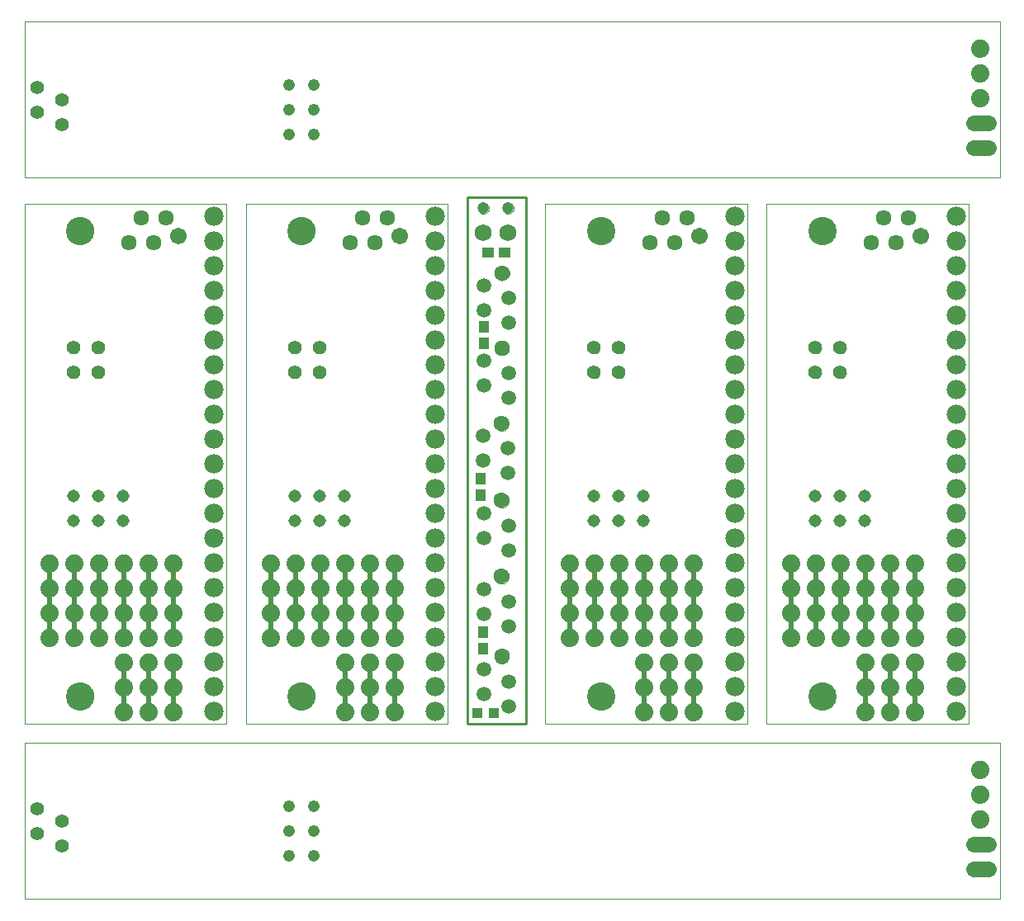
<source format=gbs>
G75*
G70*
%OFA0B0*%
%FSLAX25Y25*%
%IPPOS*%
%LPD*%
%AMOC8*
5,1,8,0,0,1.08239X$1,22.5*
%
%ADD11C,0.06900*%
%ADD15C,0.05600*%
%ADD20C,0.07800*%
%ADD21C,0.06310*%
%ADD22R,0.04300X0.04400*%
%ADD24C,0.05520*%
%ADD25C,0.01000*%
%ADD27C,0.05940*%
%ADD32C,0.06400*%
%ADD35R,0.04730X0.04340*%
%ADD40C,0.07400*%
%ADD42C,0.05160*%
%ADD46C,0.04760*%
%ADD52R,0.04340X0.04730*%
%ADD53C,0.06340*%
%ADD54C,0.11430*%
%ADD56C,0.06710*%
%ADD61C,0.04730*%
%ADD62C,0.00000*%
%ADD66R,0.02000X0.03000*%
X0010000Y0012000D02*
G75*
%LPD*%
D62*
X0010000Y0012000D02*
X0403700Y0012000D01*
X0403700Y0074990D01*
X0010000Y0074990D01*
X0010000Y0012000D01*
D46*
X0116700Y0029400D03*
X0126700Y0029400D03*
X0126700Y0039400D03*
X0116700Y0039400D03*
X0116700Y0049400D03*
X0126700Y0049400D03*
D15*
X0025000Y0043500D03*
X0015000Y0038500D03*
X0025000Y0033500D03*
X0015000Y0048500D03*
D32*
X0393030Y0034000D02*
X0399030Y0034000D01*
X0399030Y0024000D02*
X0393030Y0024000D01*
D40*
X0395980Y0044010D03*
X0395980Y0054010D03*
X0395980Y0064010D03*
X0010000Y0082970D02*
G75*
%LPD*%
D62*
X0091500Y0082970D02*
X0010000Y0082970D01*
X0010000Y0292970D01*
X0091500Y0292970D01*
X0091500Y0082970D01*
X0039700Y0222310D02*
X0039400Y0222330D01*
X0039100Y0222390D01*
X0038810Y0222480D01*
X0038540Y0222610D01*
X0038290Y0222780D01*
X0038060Y0222970D01*
X0037850Y0223200D01*
X0037680Y0223450D01*
X0037540Y0223710D01*
X0037440Y0224000D01*
X0037370Y0224290D01*
X0037340Y0224590D01*
X0037350Y0224900D01*
X0037400Y0225200D01*
X0037490Y0225490D01*
X0037610Y0225760D01*
X0037760Y0226020D01*
X0037950Y0226260D01*
X0038170Y0226470D01*
X0038410Y0226650D01*
X0038680Y0226800D01*
X0038960Y0226910D01*
X0039250Y0226990D01*
X0039550Y0227030D01*
X0039850Y0227030D01*
X0040150Y0226990D01*
X0040440Y0226910D01*
X0040720Y0226800D01*
X0040990Y0226650D01*
X0041230Y0226470D01*
X0041450Y0226260D01*
X0041640Y0226020D01*
X0041790Y0225760D01*
X0041910Y0225490D01*
X0042000Y0225200D01*
X0042050Y0224900D01*
X0042060Y0224590D01*
X0042030Y0224290D01*
X0041960Y0224000D01*
X0041860Y0223710D01*
X0041720Y0223450D01*
X0041550Y0223200D01*
X0041340Y0222970D01*
X0041110Y0222780D01*
X0040860Y0222610D01*
X0040590Y0222480D01*
X0040300Y0222390D01*
X0040000Y0222330D01*
X0039700Y0222310D01*
X0039700Y0232310D02*
X0039400Y0232330D01*
X0039100Y0232390D01*
X0038810Y0232480D01*
X0038540Y0232610D01*
X0038290Y0232780D01*
X0038060Y0232970D01*
X0037850Y0233200D01*
X0037680Y0233450D01*
X0037540Y0233710D01*
X0037440Y0234000D01*
X0037370Y0234290D01*
X0037340Y0234590D01*
X0037350Y0234900D01*
X0037400Y0235200D01*
X0037490Y0235490D01*
X0037610Y0235760D01*
X0037760Y0236020D01*
X0037950Y0236260D01*
X0038170Y0236470D01*
X0038410Y0236650D01*
X0038680Y0236800D01*
X0038960Y0236910D01*
X0039250Y0236990D01*
X0039550Y0237030D01*
X0039850Y0237030D01*
X0040150Y0236990D01*
X0040440Y0236910D01*
X0040720Y0236800D01*
X0040990Y0236650D01*
X0041230Y0236470D01*
X0041450Y0236260D01*
X0041640Y0236020D01*
X0041790Y0235760D01*
X0041910Y0235490D01*
X0042000Y0235200D01*
X0042050Y0234900D01*
X0042060Y0234590D01*
X0042030Y0234290D01*
X0041960Y0234000D01*
X0041860Y0233710D01*
X0041720Y0233450D01*
X0041550Y0233200D01*
X0041340Y0232970D01*
X0041110Y0232780D01*
X0040860Y0232610D01*
X0040590Y0232480D01*
X0040300Y0232390D01*
X0040000Y0232330D01*
X0039700Y0232310D01*
X0029700Y0232310D02*
X0029400Y0232330D01*
X0029100Y0232390D01*
X0028810Y0232480D01*
X0028540Y0232610D01*
X0028290Y0232780D01*
X0028060Y0232970D01*
X0027850Y0233200D01*
X0027680Y0233450D01*
X0027540Y0233710D01*
X0027440Y0234000D01*
X0027370Y0234290D01*
X0027340Y0234590D01*
X0027350Y0234900D01*
X0027400Y0235200D01*
X0027490Y0235490D01*
X0027610Y0235760D01*
X0027760Y0236020D01*
X0027950Y0236260D01*
X0028170Y0236470D01*
X0028410Y0236650D01*
X0028680Y0236800D01*
X0028960Y0236910D01*
X0029250Y0236990D01*
X0029550Y0237030D01*
X0029850Y0237030D01*
X0030150Y0236990D01*
X0030440Y0236910D01*
X0030720Y0236800D01*
X0030990Y0236650D01*
X0031230Y0236470D01*
X0031450Y0236260D01*
X0031640Y0236020D01*
X0031790Y0235760D01*
X0031910Y0235490D01*
X0032000Y0235200D01*
X0032050Y0234900D01*
X0032060Y0234590D01*
X0032030Y0234290D01*
X0031960Y0234000D01*
X0031860Y0233710D01*
X0031720Y0233450D01*
X0031550Y0233200D01*
X0031340Y0232970D01*
X0031110Y0232780D01*
X0030860Y0232610D01*
X0030590Y0232480D01*
X0030300Y0232390D01*
X0030000Y0232330D01*
X0029700Y0232310D01*
X0029700Y0222310D02*
X0029400Y0222330D01*
X0029100Y0222390D01*
X0028810Y0222480D01*
X0028540Y0222610D01*
X0028290Y0222780D01*
X0028060Y0222970D01*
X0027850Y0223200D01*
X0027680Y0223450D01*
X0027540Y0223710D01*
X0027440Y0224000D01*
X0027370Y0224290D01*
X0027340Y0224590D01*
X0027350Y0224900D01*
X0027400Y0225200D01*
X0027490Y0225490D01*
X0027610Y0225760D01*
X0027760Y0226020D01*
X0027950Y0226260D01*
X0028170Y0226470D01*
X0028410Y0226650D01*
X0028680Y0226800D01*
X0028960Y0226910D01*
X0029250Y0226990D01*
X0029550Y0227030D01*
X0029850Y0227030D01*
X0030150Y0226990D01*
X0030440Y0226910D01*
X0030720Y0226800D01*
X0030990Y0226650D01*
X0031230Y0226470D01*
X0031450Y0226260D01*
X0031640Y0226020D01*
X0031790Y0225760D01*
X0031910Y0225490D01*
X0032000Y0225200D01*
X0032050Y0224900D01*
X0032060Y0224590D01*
X0032030Y0224290D01*
X0031960Y0224000D01*
X0031860Y0223710D01*
X0031720Y0223450D01*
X0031550Y0223200D01*
X0031340Y0222970D01*
X0031110Y0222780D01*
X0030860Y0222610D01*
X0030590Y0222480D01*
X0030300Y0222390D01*
X0030000Y0222330D01*
X0029700Y0222310D01*
X0032500Y0276660D02*
X0032040Y0276680D01*
X0031590Y0276740D01*
X0031140Y0276840D01*
X0030710Y0276970D01*
X0030280Y0277140D01*
X0029880Y0277350D01*
X0029490Y0277590D01*
X0029130Y0277870D01*
X0028790Y0278180D01*
X0028470Y0278510D01*
X0028190Y0278870D01*
X0027940Y0279250D01*
X0027720Y0279650D01*
X0027540Y0280070D01*
X0027400Y0280500D01*
X0027290Y0280950D01*
X0027220Y0281400D01*
X0027190Y0281860D01*
X0027200Y0282310D01*
X0027250Y0282770D01*
X0027340Y0283220D01*
X0027460Y0283650D01*
X0027630Y0284080D01*
X0027830Y0284490D01*
X0028060Y0284880D01*
X0028330Y0285260D01*
X0028630Y0285600D01*
X0028950Y0285920D01*
X0029310Y0286210D01*
X0029680Y0286470D01*
X0030080Y0286700D01*
X0030490Y0286890D01*
X0030920Y0287040D01*
X0031370Y0287160D01*
X0031820Y0287240D01*
X0032270Y0287280D01*
X0032730Y0287280D01*
X0033180Y0287240D01*
X0033630Y0287160D01*
X0034080Y0287040D01*
X0034510Y0286890D01*
X0034920Y0286700D01*
X0035320Y0286470D01*
X0035690Y0286210D01*
X0036050Y0285920D01*
X0036370Y0285600D01*
X0036670Y0285260D01*
X0036940Y0284880D01*
X0037170Y0284490D01*
X0037370Y0284080D01*
X0037540Y0283650D01*
X0037660Y0283220D01*
X0037750Y0282770D01*
X0037800Y0282310D01*
X0037810Y0281860D01*
X0037780Y0281400D01*
X0037710Y0280950D01*
X0037600Y0280500D01*
X0037460Y0280070D01*
X0037280Y0279650D01*
X0037060Y0279250D01*
X0036810Y0278870D01*
X0036530Y0278510D01*
X0036210Y0278180D01*
X0035870Y0277870D01*
X0035510Y0277590D01*
X0035120Y0277350D01*
X0034720Y0277140D01*
X0034290Y0276970D01*
X0033860Y0276840D01*
X0033410Y0276740D01*
X0032960Y0276680D01*
X0032500Y0276660D01*
X0072200Y0276910D02*
X0071860Y0276930D01*
X0071520Y0276990D01*
X0071190Y0277090D01*
X0070880Y0277220D01*
X0070580Y0277400D01*
X0070300Y0277600D01*
X0070050Y0277840D01*
X0069830Y0278100D01*
X0069650Y0278380D01*
X0069490Y0278690D01*
X0069370Y0279010D01*
X0069290Y0279350D01*
X0069250Y0279690D01*
X0069250Y0280030D01*
X0069290Y0280370D01*
X0069370Y0280710D01*
X0069490Y0281030D01*
X0069650Y0281330D01*
X0069830Y0281620D01*
X0070050Y0281880D01*
X0070300Y0282120D01*
X0070580Y0282320D01*
X0070880Y0282500D01*
X0071190Y0282630D01*
X0071520Y0282730D01*
X0071860Y0282790D01*
X0072200Y0282810D01*
X0072540Y0282790D01*
X0072880Y0282730D01*
X0073210Y0282630D01*
X0073520Y0282500D01*
X0073820Y0282320D01*
X0074100Y0282120D01*
X0074350Y0281880D01*
X0074570Y0281620D01*
X0074750Y0281340D01*
X0074910Y0281030D01*
X0075030Y0280710D01*
X0075110Y0280370D01*
X0075150Y0280030D01*
X0075150Y0279690D01*
X0075110Y0279350D01*
X0075030Y0279010D01*
X0074910Y0278690D01*
X0074750Y0278380D01*
X0074570Y0278100D01*
X0074350Y0277840D01*
X0074100Y0277600D01*
X0073820Y0277400D01*
X0073520Y0277220D01*
X0073210Y0277090D01*
X0072880Y0276990D01*
X0072540Y0276930D01*
X0072200Y0276910D01*
X0032500Y0088660D02*
X0032040Y0088680D01*
X0031590Y0088740D01*
X0031140Y0088840D01*
X0030710Y0088970D01*
X0030280Y0089140D01*
X0029880Y0089350D01*
X0029490Y0089590D01*
X0029130Y0089870D01*
X0028790Y0090180D01*
X0028470Y0090510D01*
X0028190Y0090870D01*
X0027940Y0091250D01*
X0027720Y0091650D01*
X0027540Y0092070D01*
X0027400Y0092500D01*
X0027290Y0092950D01*
X0027220Y0093400D01*
X0027190Y0093860D01*
X0027200Y0094310D01*
X0027250Y0094770D01*
X0027340Y0095220D01*
X0027460Y0095650D01*
X0027630Y0096080D01*
X0027830Y0096490D01*
X0028060Y0096880D01*
X0028330Y0097260D01*
X0028630Y0097600D01*
X0028950Y0097920D01*
X0029310Y0098210D01*
X0029680Y0098470D01*
X0030080Y0098700D01*
X0030490Y0098890D01*
X0030920Y0099040D01*
X0031370Y0099160D01*
X0031820Y0099240D01*
X0032270Y0099280D01*
X0032730Y0099280D01*
X0033180Y0099240D01*
X0033630Y0099160D01*
X0034080Y0099040D01*
X0034510Y0098890D01*
X0034920Y0098700D01*
X0035320Y0098470D01*
X0035690Y0098210D01*
X0036050Y0097920D01*
X0036370Y0097600D01*
X0036670Y0097260D01*
X0036940Y0096880D01*
X0037170Y0096490D01*
X0037370Y0096080D01*
X0037540Y0095650D01*
X0037660Y0095220D01*
X0037750Y0094770D01*
X0037800Y0094310D01*
X0037810Y0093860D01*
X0037780Y0093400D01*
X0037710Y0092950D01*
X0037600Y0092500D01*
X0037460Y0092070D01*
X0037280Y0091650D01*
X0037060Y0091250D01*
X0036810Y0090870D01*
X0036530Y0090510D01*
X0036210Y0090180D01*
X0035870Y0089870D01*
X0035510Y0089590D01*
X0035120Y0089350D01*
X0034720Y0089140D01*
X0034290Y0088970D01*
X0033860Y0088840D01*
X0033410Y0088740D01*
X0032960Y0088680D01*
X0032500Y0088660D01*
D54*
X0032500Y0093970D03*
X0032500Y0281970D03*
D66*
X0030000Y0142470D03*
X0030000Y0132470D03*
X0030000Y0122470D03*
X0020000Y0122470D03*
X0020000Y0132470D03*
X0020000Y0142470D03*
X0040000Y0142470D03*
X0040000Y0132470D03*
X0040000Y0122470D03*
X0050000Y0122470D03*
X0050000Y0132470D03*
X0050000Y0142470D03*
X0060000Y0142470D03*
X0060000Y0132470D03*
X0060000Y0122470D03*
X0060000Y0102470D03*
X0060000Y0092470D03*
X0070000Y0092470D03*
X0070000Y0102470D03*
X0070000Y0122470D03*
X0070000Y0132470D03*
X0070000Y0142470D03*
X0050000Y0102470D03*
X0050000Y0092470D03*
D20*
X0086500Y0087970D03*
X0086500Y0097970D03*
X0086500Y0107970D03*
X0086500Y0117970D03*
X0086500Y0127970D03*
X0086500Y0137970D03*
X0086500Y0147970D03*
X0086500Y0157970D03*
X0086500Y0167970D03*
X0086500Y0177970D03*
X0086500Y0187970D03*
X0086500Y0197970D03*
X0086500Y0207970D03*
X0086500Y0217970D03*
X0086500Y0227970D03*
X0086500Y0237970D03*
X0086500Y0247970D03*
X0086500Y0257970D03*
X0086500Y0267970D03*
X0086500Y0277970D03*
X0086500Y0287970D03*
D24*
X0039700Y0234670D03*
X0039700Y0224670D03*
X0029700Y0224670D03*
X0029700Y0234670D03*
D42*
X0029700Y0174670D03*
X0029700Y0164670D03*
X0039700Y0164670D03*
X0039700Y0174670D03*
X0049700Y0174670D03*
X0049700Y0164670D03*
D53*
X0052100Y0277070D03*
X0057100Y0287070D03*
X0062100Y0277070D03*
X0067100Y0287070D03*
D56*
X0072200Y0279860D03*
D40*
X0070000Y0147470D03*
X0070000Y0137470D03*
X0070000Y0127470D03*
X0070000Y0117470D03*
X0070000Y0107470D03*
X0070000Y0097470D03*
X0070000Y0087470D03*
X0060000Y0087470D03*
X0060000Y0097470D03*
X0060000Y0107470D03*
X0060000Y0117470D03*
X0060000Y0127470D03*
X0060000Y0137470D03*
X0060000Y0147470D03*
X0050000Y0147470D03*
X0050000Y0137470D03*
X0050000Y0127470D03*
X0050000Y0117470D03*
X0050000Y0107470D03*
X0050000Y0097470D03*
X0050000Y0087470D03*
X0040000Y0117470D03*
X0040000Y0127470D03*
X0040000Y0137470D03*
X0040000Y0147470D03*
X0030000Y0147470D03*
X0030000Y0137470D03*
X0030000Y0127470D03*
X0030000Y0117470D03*
X0020000Y0117470D03*
X0020000Y0127470D03*
X0020000Y0137470D03*
X0020000Y0147470D03*
X0099370Y0082970D02*
G75*
%LPD*%
D62*
X0180870Y0082970D02*
X0099370Y0082970D01*
X0099370Y0292970D01*
X0180870Y0292970D01*
X0180870Y0082970D01*
X0129070Y0222310D02*
X0128770Y0222330D01*
X0128470Y0222390D01*
X0128180Y0222480D01*
X0127910Y0222610D01*
X0127660Y0222780D01*
X0127430Y0222970D01*
X0127220Y0223200D01*
X0127050Y0223450D01*
X0126910Y0223710D01*
X0126810Y0224000D01*
X0126740Y0224290D01*
X0126710Y0224590D01*
X0126720Y0224900D01*
X0126770Y0225200D01*
X0126860Y0225490D01*
X0126980Y0225760D01*
X0127130Y0226020D01*
X0127320Y0226260D01*
X0127540Y0226470D01*
X0127780Y0226650D01*
X0128050Y0226800D01*
X0128330Y0226910D01*
X0128620Y0226990D01*
X0128920Y0227030D01*
X0129220Y0227030D01*
X0129520Y0226990D01*
X0129810Y0226910D01*
X0130090Y0226800D01*
X0130360Y0226650D01*
X0130600Y0226470D01*
X0130820Y0226260D01*
X0131010Y0226020D01*
X0131160Y0225760D01*
X0131280Y0225490D01*
X0131370Y0225200D01*
X0131420Y0224900D01*
X0131430Y0224590D01*
X0131400Y0224290D01*
X0131330Y0224000D01*
X0131230Y0223710D01*
X0131090Y0223450D01*
X0130920Y0223200D01*
X0130710Y0222970D01*
X0130480Y0222780D01*
X0130230Y0222610D01*
X0129960Y0222480D01*
X0129670Y0222390D01*
X0129370Y0222330D01*
X0129070Y0222310D01*
X0129070Y0232310D02*
X0128770Y0232330D01*
X0128470Y0232390D01*
X0128180Y0232480D01*
X0127910Y0232610D01*
X0127660Y0232780D01*
X0127430Y0232970D01*
X0127220Y0233200D01*
X0127050Y0233450D01*
X0126910Y0233710D01*
X0126810Y0234000D01*
X0126740Y0234290D01*
X0126710Y0234590D01*
X0126720Y0234900D01*
X0126770Y0235200D01*
X0126860Y0235490D01*
X0126980Y0235760D01*
X0127130Y0236020D01*
X0127320Y0236260D01*
X0127540Y0236470D01*
X0127780Y0236650D01*
X0128050Y0236800D01*
X0128330Y0236910D01*
X0128620Y0236990D01*
X0128920Y0237030D01*
X0129220Y0237030D01*
X0129520Y0236990D01*
X0129810Y0236910D01*
X0130090Y0236800D01*
X0130360Y0236650D01*
X0130600Y0236470D01*
X0130820Y0236260D01*
X0131010Y0236020D01*
X0131160Y0235760D01*
X0131280Y0235490D01*
X0131370Y0235200D01*
X0131420Y0234900D01*
X0131430Y0234590D01*
X0131400Y0234290D01*
X0131330Y0234000D01*
X0131230Y0233710D01*
X0131090Y0233450D01*
X0130920Y0233200D01*
X0130710Y0232970D01*
X0130480Y0232780D01*
X0130230Y0232610D01*
X0129960Y0232480D01*
X0129670Y0232390D01*
X0129370Y0232330D01*
X0129070Y0232310D01*
X0119070Y0232310D02*
X0118770Y0232330D01*
X0118470Y0232390D01*
X0118180Y0232480D01*
X0117910Y0232610D01*
X0117660Y0232780D01*
X0117430Y0232970D01*
X0117220Y0233200D01*
X0117050Y0233450D01*
X0116910Y0233710D01*
X0116810Y0234000D01*
X0116740Y0234290D01*
X0116710Y0234590D01*
X0116720Y0234900D01*
X0116770Y0235200D01*
X0116860Y0235490D01*
X0116980Y0235760D01*
X0117130Y0236020D01*
X0117320Y0236260D01*
X0117540Y0236470D01*
X0117780Y0236650D01*
X0118050Y0236800D01*
X0118330Y0236910D01*
X0118620Y0236990D01*
X0118920Y0237030D01*
X0119220Y0237030D01*
X0119520Y0236990D01*
X0119810Y0236910D01*
X0120090Y0236800D01*
X0120360Y0236650D01*
X0120600Y0236470D01*
X0120820Y0236260D01*
X0121010Y0236020D01*
X0121160Y0235760D01*
X0121280Y0235490D01*
X0121370Y0235200D01*
X0121420Y0234900D01*
X0121430Y0234590D01*
X0121400Y0234290D01*
X0121330Y0234000D01*
X0121230Y0233710D01*
X0121090Y0233450D01*
X0120920Y0233200D01*
X0120710Y0232970D01*
X0120480Y0232780D01*
X0120230Y0232610D01*
X0119960Y0232480D01*
X0119670Y0232390D01*
X0119370Y0232330D01*
X0119070Y0232310D01*
X0119070Y0222310D02*
X0118770Y0222330D01*
X0118470Y0222390D01*
X0118180Y0222480D01*
X0117910Y0222610D01*
X0117660Y0222780D01*
X0117430Y0222970D01*
X0117220Y0223200D01*
X0117050Y0223450D01*
X0116910Y0223710D01*
X0116810Y0224000D01*
X0116740Y0224290D01*
X0116710Y0224590D01*
X0116720Y0224900D01*
X0116770Y0225200D01*
X0116860Y0225490D01*
X0116980Y0225760D01*
X0117130Y0226020D01*
X0117320Y0226260D01*
X0117540Y0226470D01*
X0117780Y0226650D01*
X0118050Y0226800D01*
X0118330Y0226910D01*
X0118620Y0226990D01*
X0118920Y0227030D01*
X0119220Y0227030D01*
X0119520Y0226990D01*
X0119810Y0226910D01*
X0120090Y0226800D01*
X0120360Y0226650D01*
X0120600Y0226470D01*
X0120820Y0226260D01*
X0121010Y0226020D01*
X0121160Y0225760D01*
X0121280Y0225490D01*
X0121370Y0225200D01*
X0121420Y0224900D01*
X0121430Y0224590D01*
X0121400Y0224290D01*
X0121330Y0224000D01*
X0121230Y0223710D01*
X0121090Y0223450D01*
X0120920Y0223200D01*
X0120710Y0222970D01*
X0120480Y0222780D01*
X0120230Y0222610D01*
X0119960Y0222480D01*
X0119670Y0222390D01*
X0119370Y0222330D01*
X0119070Y0222310D01*
X0121870Y0276660D02*
X0121410Y0276680D01*
X0120960Y0276740D01*
X0120510Y0276840D01*
X0120080Y0276970D01*
X0119650Y0277140D01*
X0119250Y0277350D01*
X0118860Y0277590D01*
X0118500Y0277870D01*
X0118160Y0278180D01*
X0117840Y0278510D01*
X0117560Y0278870D01*
X0117310Y0279250D01*
X0117090Y0279650D01*
X0116910Y0280070D01*
X0116770Y0280500D01*
X0116660Y0280950D01*
X0116590Y0281400D01*
X0116560Y0281860D01*
X0116570Y0282310D01*
X0116620Y0282770D01*
X0116710Y0283220D01*
X0116830Y0283650D01*
X0117000Y0284080D01*
X0117200Y0284490D01*
X0117430Y0284880D01*
X0117700Y0285260D01*
X0118000Y0285600D01*
X0118320Y0285920D01*
X0118680Y0286210D01*
X0119050Y0286470D01*
X0119450Y0286700D01*
X0119860Y0286890D01*
X0120290Y0287040D01*
X0120740Y0287160D01*
X0121190Y0287240D01*
X0121640Y0287280D01*
X0122100Y0287280D01*
X0122550Y0287240D01*
X0123000Y0287160D01*
X0123450Y0287040D01*
X0123880Y0286890D01*
X0124290Y0286700D01*
X0124690Y0286470D01*
X0125060Y0286210D01*
X0125420Y0285920D01*
X0125740Y0285600D01*
X0126040Y0285260D01*
X0126310Y0284880D01*
X0126540Y0284490D01*
X0126740Y0284080D01*
X0126910Y0283650D01*
X0127030Y0283220D01*
X0127120Y0282770D01*
X0127170Y0282310D01*
X0127180Y0281860D01*
X0127150Y0281400D01*
X0127080Y0280950D01*
X0126970Y0280500D01*
X0126830Y0280070D01*
X0126650Y0279650D01*
X0126430Y0279250D01*
X0126180Y0278870D01*
X0125900Y0278510D01*
X0125580Y0278180D01*
X0125240Y0277870D01*
X0124880Y0277590D01*
X0124490Y0277350D01*
X0124090Y0277140D01*
X0123660Y0276970D01*
X0123230Y0276840D01*
X0122780Y0276740D01*
X0122330Y0276680D01*
X0121870Y0276660D01*
X0161570Y0276910D02*
X0161230Y0276930D01*
X0160890Y0276990D01*
X0160560Y0277090D01*
X0160250Y0277220D01*
X0159950Y0277400D01*
X0159670Y0277600D01*
X0159420Y0277840D01*
X0159200Y0278100D01*
X0159020Y0278380D01*
X0158860Y0278690D01*
X0158740Y0279010D01*
X0158660Y0279350D01*
X0158620Y0279690D01*
X0158620Y0280030D01*
X0158660Y0280370D01*
X0158740Y0280710D01*
X0158860Y0281030D01*
X0159020Y0281330D01*
X0159200Y0281620D01*
X0159420Y0281880D01*
X0159670Y0282120D01*
X0159950Y0282320D01*
X0160250Y0282500D01*
X0160560Y0282630D01*
X0160890Y0282730D01*
X0161230Y0282790D01*
X0161570Y0282810D01*
X0161910Y0282790D01*
X0162250Y0282730D01*
X0162580Y0282630D01*
X0162890Y0282500D01*
X0163190Y0282320D01*
X0163470Y0282120D01*
X0163720Y0281880D01*
X0163940Y0281620D01*
X0164120Y0281340D01*
X0164280Y0281030D01*
X0164400Y0280710D01*
X0164480Y0280370D01*
X0164520Y0280030D01*
X0164520Y0279690D01*
X0164480Y0279350D01*
X0164400Y0279010D01*
X0164280Y0278690D01*
X0164120Y0278380D01*
X0163940Y0278100D01*
X0163720Y0277840D01*
X0163470Y0277600D01*
X0163190Y0277400D01*
X0162890Y0277220D01*
X0162580Y0277090D01*
X0162250Y0276990D01*
X0161910Y0276930D01*
X0161570Y0276910D01*
X0121870Y0088660D02*
X0121410Y0088680D01*
X0120960Y0088740D01*
X0120510Y0088840D01*
X0120080Y0088970D01*
X0119650Y0089140D01*
X0119250Y0089350D01*
X0118860Y0089590D01*
X0118500Y0089870D01*
X0118160Y0090180D01*
X0117840Y0090510D01*
X0117560Y0090870D01*
X0117310Y0091250D01*
X0117090Y0091650D01*
X0116910Y0092070D01*
X0116770Y0092500D01*
X0116660Y0092950D01*
X0116590Y0093400D01*
X0116560Y0093860D01*
X0116570Y0094310D01*
X0116620Y0094770D01*
X0116710Y0095220D01*
X0116830Y0095650D01*
X0117000Y0096080D01*
X0117200Y0096490D01*
X0117430Y0096880D01*
X0117700Y0097260D01*
X0118000Y0097600D01*
X0118320Y0097920D01*
X0118680Y0098210D01*
X0119050Y0098470D01*
X0119450Y0098700D01*
X0119860Y0098890D01*
X0120290Y0099040D01*
X0120740Y0099160D01*
X0121190Y0099240D01*
X0121640Y0099280D01*
X0122100Y0099280D01*
X0122550Y0099240D01*
X0123000Y0099160D01*
X0123450Y0099040D01*
X0123880Y0098890D01*
X0124290Y0098700D01*
X0124690Y0098470D01*
X0125060Y0098210D01*
X0125420Y0097920D01*
X0125740Y0097600D01*
X0126040Y0097260D01*
X0126310Y0096880D01*
X0126540Y0096490D01*
X0126740Y0096080D01*
X0126910Y0095650D01*
X0127030Y0095220D01*
X0127120Y0094770D01*
X0127170Y0094310D01*
X0127180Y0093860D01*
X0127150Y0093400D01*
X0127080Y0092950D01*
X0126970Y0092500D01*
X0126830Y0092070D01*
X0126650Y0091650D01*
X0126430Y0091250D01*
X0126180Y0090870D01*
X0125900Y0090510D01*
X0125580Y0090180D01*
X0125240Y0089870D01*
X0124880Y0089590D01*
X0124490Y0089350D01*
X0124090Y0089140D01*
X0123660Y0088970D01*
X0123230Y0088840D01*
X0122780Y0088740D01*
X0122330Y0088680D01*
X0121870Y0088660D01*
D54*
X0121870Y0093970D03*
X0121870Y0281970D03*
D66*
X0119370Y0142470D03*
X0119370Y0132470D03*
X0119370Y0122470D03*
X0109370Y0122470D03*
X0109370Y0132470D03*
X0109370Y0142470D03*
X0129370Y0142470D03*
X0129370Y0132470D03*
X0129370Y0122470D03*
X0139370Y0122470D03*
X0139370Y0132470D03*
X0139370Y0142470D03*
X0149370Y0142470D03*
X0149370Y0132470D03*
X0149370Y0122470D03*
X0149370Y0102470D03*
X0149370Y0092470D03*
X0159370Y0092470D03*
X0159370Y0102470D03*
X0159370Y0122470D03*
X0159370Y0132470D03*
X0159370Y0142470D03*
X0139370Y0102470D03*
X0139370Y0092470D03*
D20*
X0175870Y0087970D03*
X0175870Y0097970D03*
X0175870Y0107970D03*
X0175870Y0117970D03*
X0175870Y0127970D03*
X0175870Y0137970D03*
X0175870Y0147970D03*
X0175870Y0157970D03*
X0175870Y0167970D03*
X0175870Y0177970D03*
X0175870Y0187970D03*
X0175870Y0197970D03*
X0175870Y0207970D03*
X0175870Y0217970D03*
X0175870Y0227970D03*
X0175870Y0237970D03*
X0175870Y0247970D03*
X0175870Y0257970D03*
X0175870Y0267970D03*
X0175870Y0277970D03*
X0175870Y0287970D03*
D24*
X0129070Y0234670D03*
X0129070Y0224670D03*
X0119070Y0224670D03*
X0119070Y0234670D03*
D42*
X0119070Y0174670D03*
X0119070Y0164670D03*
X0129070Y0164670D03*
X0129070Y0174670D03*
X0139070Y0174670D03*
X0139070Y0164670D03*
D53*
X0141470Y0277070D03*
X0146470Y0287070D03*
X0151470Y0277070D03*
X0156470Y0287070D03*
D56*
X0161570Y0279860D03*
D40*
X0159370Y0147470D03*
X0159370Y0137470D03*
X0159370Y0127470D03*
X0159370Y0117470D03*
X0159370Y0107470D03*
X0159370Y0097470D03*
X0159370Y0087470D03*
X0149370Y0087470D03*
X0149370Y0097470D03*
X0149370Y0107470D03*
X0149370Y0117470D03*
X0149370Y0127470D03*
X0149370Y0137470D03*
X0149370Y0147470D03*
X0139370Y0147470D03*
X0139370Y0137470D03*
X0139370Y0127470D03*
X0139370Y0117470D03*
X0139370Y0107470D03*
X0139370Y0097470D03*
X0139370Y0087470D03*
X0129370Y0117470D03*
X0129370Y0127470D03*
X0129370Y0137470D03*
X0129370Y0147470D03*
X0119370Y0147470D03*
X0119370Y0137470D03*
X0119370Y0127470D03*
X0119370Y0117470D03*
X0109370Y0117470D03*
X0109370Y0127470D03*
X0109370Y0137470D03*
X0109370Y0147470D03*
X0188740Y0082970D02*
G75*
%LPD*%
D25*
X0188740Y0082970D02*
X0212360Y0082970D01*
X0212360Y0295570D01*
X0188740Y0295570D01*
X0188740Y0082970D01*
D27*
X0195450Y0094940D03*
X0195450Y0104940D03*
X0195350Y0127220D03*
X0195350Y0137220D03*
X0195420Y0157930D03*
X0195420Y0167930D03*
X0195320Y0189040D03*
X0195320Y0199040D03*
X0195490Y0219520D03*
X0195490Y0229520D03*
X0195580Y0249810D03*
X0195580Y0259810D03*
X0205580Y0254810D03*
X0205580Y0244810D03*
X0205490Y0224520D03*
X0205490Y0214520D03*
X0205320Y0194040D03*
X0205320Y0184040D03*
X0205420Y0162930D03*
X0205420Y0152930D03*
X0205350Y0132220D03*
X0205350Y0122220D03*
X0205450Y0099940D03*
X0205450Y0089940D03*
D62*
X0199710Y0110030D02*
X0199730Y0110370D01*
X0199790Y0110710D01*
X0199890Y0111040D01*
X0200020Y0111350D01*
X0200200Y0111650D01*
X0200400Y0111930D01*
X0200640Y0112180D01*
X0200900Y0112400D01*
X0201180Y0112580D01*
X0201490Y0112740D01*
X0201810Y0112860D01*
X0202150Y0112940D01*
X0202490Y0112980D01*
X0202830Y0112980D01*
X0203170Y0112940D01*
X0203510Y0112860D01*
X0203830Y0112740D01*
X0204130Y0112580D01*
X0204420Y0112400D01*
X0204680Y0112180D01*
X0204920Y0111930D01*
X0205120Y0111650D01*
X0205300Y0111350D01*
X0205430Y0111040D01*
X0205530Y0110710D01*
X0205590Y0110370D01*
X0205610Y0110030D01*
X0205590Y0109690D01*
X0205530Y0109350D01*
X0205430Y0109020D01*
X0205300Y0108710D01*
X0205120Y0108410D01*
X0204920Y0108130D01*
X0204680Y0107880D01*
X0204420Y0107660D01*
X0204140Y0107480D01*
X0203830Y0107320D01*
X0203510Y0107200D01*
X0203170Y0107120D01*
X0202830Y0107080D01*
X0202490Y0107080D01*
X0202150Y0107120D01*
X0201810Y0107200D01*
X0201490Y0107320D01*
X0201180Y0107480D01*
X0200900Y0107660D01*
X0200640Y0107880D01*
X0200400Y0108130D01*
X0200200Y0108410D01*
X0200020Y0108710D01*
X0199890Y0109020D01*
X0199790Y0109350D01*
X0199730Y0109690D01*
X0199710Y0110030D01*
X0199610Y0142320D02*
X0199630Y0142660D01*
X0199690Y0143000D01*
X0199790Y0143330D01*
X0199920Y0143640D01*
X0200100Y0143940D01*
X0200300Y0144220D01*
X0200540Y0144470D01*
X0200800Y0144690D01*
X0201080Y0144870D01*
X0201390Y0145030D01*
X0201710Y0145150D01*
X0202050Y0145230D01*
X0202390Y0145270D01*
X0202730Y0145270D01*
X0203070Y0145230D01*
X0203410Y0145150D01*
X0203730Y0145030D01*
X0204030Y0144870D01*
X0204320Y0144690D01*
X0204580Y0144470D01*
X0204820Y0144220D01*
X0205020Y0143940D01*
X0205200Y0143640D01*
X0205330Y0143330D01*
X0205430Y0143000D01*
X0205490Y0142660D01*
X0205510Y0142320D01*
X0205490Y0141980D01*
X0205430Y0141640D01*
X0205330Y0141310D01*
X0205200Y0141000D01*
X0205020Y0140700D01*
X0204820Y0140420D01*
X0204580Y0140170D01*
X0204320Y0139950D01*
X0204040Y0139770D01*
X0203730Y0139610D01*
X0203410Y0139490D01*
X0203070Y0139410D01*
X0202730Y0139370D01*
X0202390Y0139370D01*
X0202050Y0139410D01*
X0201710Y0139490D01*
X0201390Y0139610D01*
X0201080Y0139770D01*
X0200800Y0139950D01*
X0200540Y0140170D01*
X0200300Y0140420D01*
X0200100Y0140700D01*
X0199920Y0141000D01*
X0199790Y0141310D01*
X0199690Y0141640D01*
X0199630Y0141980D01*
X0199610Y0142320D01*
X0199680Y0173030D02*
X0199700Y0173370D01*
X0199760Y0173710D01*
X0199860Y0174040D01*
X0199990Y0174350D01*
X0200170Y0174650D01*
X0200370Y0174930D01*
X0200610Y0175180D01*
X0200870Y0175400D01*
X0201150Y0175580D01*
X0201460Y0175740D01*
X0201780Y0175860D01*
X0202120Y0175940D01*
X0202460Y0175980D01*
X0202800Y0175980D01*
X0203140Y0175940D01*
X0203480Y0175860D01*
X0203800Y0175740D01*
X0204100Y0175580D01*
X0204390Y0175400D01*
X0204650Y0175180D01*
X0204890Y0174930D01*
X0205090Y0174650D01*
X0205270Y0174350D01*
X0205400Y0174040D01*
X0205500Y0173710D01*
X0205560Y0173370D01*
X0205580Y0173030D01*
X0205560Y0172690D01*
X0205500Y0172350D01*
X0205400Y0172020D01*
X0205270Y0171710D01*
X0205090Y0171410D01*
X0204890Y0171130D01*
X0204650Y0170880D01*
X0204390Y0170660D01*
X0204110Y0170480D01*
X0203800Y0170320D01*
X0203480Y0170200D01*
X0203140Y0170120D01*
X0202800Y0170080D01*
X0202460Y0170080D01*
X0202120Y0170120D01*
X0201780Y0170200D01*
X0201460Y0170320D01*
X0201150Y0170480D01*
X0200870Y0170660D01*
X0200610Y0170880D01*
X0200370Y0171130D01*
X0200170Y0171410D01*
X0199990Y0171710D01*
X0199860Y0172020D01*
X0199760Y0172350D01*
X0199700Y0172690D01*
X0199680Y0173030D01*
X0199580Y0204130D02*
X0199600Y0204470D01*
X0199660Y0204810D01*
X0199760Y0205140D01*
X0199890Y0205450D01*
X0200070Y0205750D01*
X0200270Y0206030D01*
X0200510Y0206280D01*
X0200770Y0206500D01*
X0201050Y0206680D01*
X0201360Y0206840D01*
X0201680Y0206960D01*
X0202020Y0207040D01*
X0202360Y0207080D01*
X0202700Y0207080D01*
X0203040Y0207040D01*
X0203380Y0206960D01*
X0203700Y0206840D01*
X0204000Y0206680D01*
X0204290Y0206500D01*
X0204550Y0206280D01*
X0204790Y0206030D01*
X0204990Y0205750D01*
X0205170Y0205450D01*
X0205300Y0205140D01*
X0205400Y0204810D01*
X0205460Y0204470D01*
X0205480Y0204130D01*
X0205460Y0203790D01*
X0205400Y0203450D01*
X0205300Y0203120D01*
X0205170Y0202810D01*
X0204990Y0202510D01*
X0204790Y0202230D01*
X0204550Y0201980D01*
X0204290Y0201760D01*
X0204010Y0201580D01*
X0203700Y0201420D01*
X0203380Y0201300D01*
X0203040Y0201220D01*
X0202700Y0201180D01*
X0202360Y0201180D01*
X0202020Y0201220D01*
X0201680Y0201300D01*
X0201360Y0201420D01*
X0201050Y0201580D01*
X0200770Y0201760D01*
X0200510Y0201980D01*
X0200270Y0202230D01*
X0200070Y0202510D01*
X0199890Y0202810D01*
X0199760Y0203120D01*
X0199660Y0203450D01*
X0199600Y0203790D01*
X0199580Y0204130D01*
X0199750Y0234620D02*
X0199770Y0234960D01*
X0199830Y0235300D01*
X0199930Y0235630D01*
X0200060Y0235940D01*
X0200240Y0236240D01*
X0200440Y0236520D01*
X0200680Y0236770D01*
X0200940Y0236990D01*
X0201220Y0237170D01*
X0201530Y0237330D01*
X0201850Y0237450D01*
X0202190Y0237530D01*
X0202530Y0237570D01*
X0202870Y0237570D01*
X0203210Y0237530D01*
X0203550Y0237450D01*
X0203870Y0237330D01*
X0204170Y0237170D01*
X0204460Y0236990D01*
X0204720Y0236770D01*
X0204960Y0236520D01*
X0205160Y0236240D01*
X0205340Y0235940D01*
X0205470Y0235630D01*
X0205570Y0235300D01*
X0205630Y0234960D01*
X0205650Y0234620D01*
X0205630Y0234280D01*
X0205570Y0233940D01*
X0205470Y0233610D01*
X0205340Y0233300D01*
X0205160Y0233000D01*
X0204960Y0232720D01*
X0204720Y0232470D01*
X0204460Y0232250D01*
X0204180Y0232070D01*
X0203870Y0231910D01*
X0203550Y0231790D01*
X0203210Y0231710D01*
X0202870Y0231670D01*
X0202530Y0231670D01*
X0202190Y0231710D01*
X0201850Y0231790D01*
X0201530Y0231910D01*
X0201220Y0232070D01*
X0200940Y0232250D01*
X0200680Y0232470D01*
X0200440Y0232720D01*
X0200240Y0233000D01*
X0200060Y0233300D01*
X0199930Y0233610D01*
X0199830Y0233940D01*
X0199770Y0234280D01*
X0199750Y0234620D01*
X0199840Y0264900D02*
X0199860Y0265240D01*
X0199920Y0265580D01*
X0200020Y0265910D01*
X0200150Y0266220D01*
X0200330Y0266520D01*
X0200530Y0266800D01*
X0200770Y0267050D01*
X0201030Y0267270D01*
X0201310Y0267450D01*
X0201620Y0267610D01*
X0201940Y0267730D01*
X0202280Y0267810D01*
X0202620Y0267850D01*
X0202960Y0267850D01*
X0203300Y0267810D01*
X0203640Y0267730D01*
X0203960Y0267610D01*
X0204260Y0267450D01*
X0204550Y0267270D01*
X0204810Y0267050D01*
X0205050Y0266800D01*
X0205250Y0266520D01*
X0205430Y0266220D01*
X0205560Y0265910D01*
X0205660Y0265580D01*
X0205720Y0265240D01*
X0205740Y0264900D01*
X0205720Y0264560D01*
X0205660Y0264220D01*
X0205560Y0263890D01*
X0205430Y0263580D01*
X0205250Y0263280D01*
X0205050Y0263000D01*
X0204810Y0262750D01*
X0204550Y0262530D01*
X0204270Y0262350D01*
X0203960Y0262190D01*
X0203640Y0262070D01*
X0203300Y0261990D01*
X0202960Y0261950D01*
X0202620Y0261950D01*
X0202280Y0261990D01*
X0201940Y0262070D01*
X0201620Y0262190D01*
X0201310Y0262350D01*
X0201030Y0262530D01*
X0200770Y0262750D01*
X0200530Y0263000D01*
X0200330Y0263280D01*
X0200150Y0263580D01*
X0200020Y0263890D01*
X0199920Y0264220D01*
X0199860Y0264560D01*
X0199840Y0264900D01*
X0193110Y0291000D02*
X0193130Y0291290D01*
X0193190Y0291570D01*
X0193280Y0291850D01*
X0193410Y0292110D01*
X0193580Y0292340D01*
X0193770Y0292560D01*
X0193990Y0292750D01*
X0194240Y0292900D01*
X0194500Y0293030D01*
X0194780Y0293110D01*
X0195060Y0293160D01*
X0195350Y0293170D01*
X0195640Y0293140D01*
X0195920Y0293070D01*
X0196190Y0292970D01*
X0196450Y0292830D01*
X0196680Y0292660D01*
X0196890Y0292460D01*
X0197070Y0292230D01*
X0197220Y0291980D01*
X0197330Y0291710D01*
X0197410Y0291430D01*
X0197450Y0291140D01*
X0197450Y0290860D01*
X0197410Y0290570D01*
X0197330Y0290290D01*
X0197220Y0290020D01*
X0197070Y0289770D01*
X0196890Y0289540D01*
X0196680Y0289340D01*
X0196450Y0289170D01*
X0196190Y0289030D01*
X0195920Y0288930D01*
X0195640Y0288860D01*
X0195350Y0288830D01*
X0195060Y0288840D01*
X0194780Y0288890D01*
X0194500Y0288970D01*
X0194240Y0289100D01*
X0193990Y0289250D01*
X0193770Y0289440D01*
X0193580Y0289660D01*
X0193410Y0289890D01*
X0193280Y0290150D01*
X0193190Y0290430D01*
X0193130Y0290710D01*
X0193110Y0291000D01*
X0203110Y0291000D02*
X0203130Y0291290D01*
X0203190Y0291570D01*
X0203280Y0291850D01*
X0203410Y0292110D01*
X0203580Y0292340D01*
X0203770Y0292560D01*
X0203990Y0292750D01*
X0204240Y0292900D01*
X0204500Y0293030D01*
X0204780Y0293110D01*
X0205060Y0293160D01*
X0205350Y0293170D01*
X0205640Y0293140D01*
X0205920Y0293070D01*
X0206190Y0292970D01*
X0206450Y0292830D01*
X0206680Y0292660D01*
X0206890Y0292460D01*
X0207070Y0292230D01*
X0207220Y0291980D01*
X0207330Y0291710D01*
X0207410Y0291430D01*
X0207450Y0291140D01*
X0207450Y0290860D01*
X0207410Y0290570D01*
X0207330Y0290290D01*
X0207220Y0290020D01*
X0207070Y0289770D01*
X0206890Y0289540D01*
X0206680Y0289340D01*
X0206450Y0289170D01*
X0206190Y0289030D01*
X0205920Y0288930D01*
X0205640Y0288860D01*
X0205350Y0288830D01*
X0205060Y0288840D01*
X0204780Y0288890D01*
X0204500Y0288970D01*
X0204240Y0289100D01*
X0203990Y0289250D01*
X0203770Y0289440D01*
X0203580Y0289660D01*
X0203410Y0289890D01*
X0203280Y0290150D01*
X0203190Y0290430D01*
X0203130Y0290710D01*
X0203110Y0291000D01*
D21*
X0202790Y0264900D03*
X0202700Y0234620D03*
X0202530Y0204130D03*
X0202630Y0173030D03*
X0202560Y0142320D03*
X0202660Y0110030D03*
D52*
X0195290Y0113050D03*
X0195290Y0119740D03*
X0194240Y0175150D03*
X0194240Y0181850D03*
X0195480Y0236580D03*
X0195480Y0243270D03*
D22*
X0192710Y0087280D03*
X0199400Y0087280D03*
D35*
X0197200Y0273180D03*
X0203890Y0273180D03*
D11*
X0205280Y0281000D03*
X0195280Y0281000D03*
D61*
X0195280Y0291000D03*
X0205280Y0291000D03*
X0220230Y0082970D02*
G75*
%LPD*%
D62*
X0301730Y0082970D02*
X0220230Y0082970D01*
X0220230Y0292970D01*
X0301730Y0292970D01*
X0301730Y0082970D01*
X0249930Y0222310D02*
X0249630Y0222330D01*
X0249330Y0222390D01*
X0249040Y0222480D01*
X0248770Y0222610D01*
X0248520Y0222780D01*
X0248290Y0222970D01*
X0248080Y0223200D01*
X0247910Y0223450D01*
X0247770Y0223710D01*
X0247670Y0224000D01*
X0247600Y0224290D01*
X0247570Y0224590D01*
X0247580Y0224900D01*
X0247630Y0225200D01*
X0247720Y0225490D01*
X0247840Y0225760D01*
X0247990Y0226020D01*
X0248180Y0226260D01*
X0248400Y0226470D01*
X0248640Y0226650D01*
X0248910Y0226800D01*
X0249190Y0226910D01*
X0249480Y0226990D01*
X0249780Y0227030D01*
X0250080Y0227030D01*
X0250380Y0226990D01*
X0250670Y0226910D01*
X0250950Y0226800D01*
X0251220Y0226650D01*
X0251460Y0226470D01*
X0251680Y0226260D01*
X0251870Y0226020D01*
X0252020Y0225760D01*
X0252140Y0225490D01*
X0252230Y0225200D01*
X0252280Y0224900D01*
X0252290Y0224590D01*
X0252260Y0224290D01*
X0252190Y0224000D01*
X0252090Y0223710D01*
X0251950Y0223450D01*
X0251780Y0223200D01*
X0251570Y0222970D01*
X0251340Y0222780D01*
X0251090Y0222610D01*
X0250820Y0222480D01*
X0250530Y0222390D01*
X0250230Y0222330D01*
X0249930Y0222310D01*
X0249930Y0232310D02*
X0249630Y0232330D01*
X0249330Y0232390D01*
X0249040Y0232480D01*
X0248770Y0232610D01*
X0248520Y0232780D01*
X0248290Y0232970D01*
X0248080Y0233200D01*
X0247910Y0233450D01*
X0247770Y0233710D01*
X0247670Y0234000D01*
X0247600Y0234290D01*
X0247570Y0234590D01*
X0247580Y0234900D01*
X0247630Y0235200D01*
X0247720Y0235490D01*
X0247840Y0235760D01*
X0247990Y0236020D01*
X0248180Y0236260D01*
X0248400Y0236470D01*
X0248640Y0236650D01*
X0248910Y0236800D01*
X0249190Y0236910D01*
X0249480Y0236990D01*
X0249780Y0237030D01*
X0250080Y0237030D01*
X0250380Y0236990D01*
X0250670Y0236910D01*
X0250950Y0236800D01*
X0251220Y0236650D01*
X0251460Y0236470D01*
X0251680Y0236260D01*
X0251870Y0236020D01*
X0252020Y0235760D01*
X0252140Y0235490D01*
X0252230Y0235200D01*
X0252280Y0234900D01*
X0252290Y0234590D01*
X0252260Y0234290D01*
X0252190Y0234000D01*
X0252090Y0233710D01*
X0251950Y0233450D01*
X0251780Y0233200D01*
X0251570Y0232970D01*
X0251340Y0232780D01*
X0251090Y0232610D01*
X0250820Y0232480D01*
X0250530Y0232390D01*
X0250230Y0232330D01*
X0249930Y0232310D01*
X0239930Y0232310D02*
X0239630Y0232330D01*
X0239330Y0232390D01*
X0239040Y0232480D01*
X0238770Y0232610D01*
X0238520Y0232780D01*
X0238290Y0232970D01*
X0238080Y0233200D01*
X0237910Y0233450D01*
X0237770Y0233710D01*
X0237670Y0234000D01*
X0237600Y0234290D01*
X0237570Y0234590D01*
X0237580Y0234900D01*
X0237630Y0235200D01*
X0237720Y0235490D01*
X0237840Y0235760D01*
X0237990Y0236020D01*
X0238180Y0236260D01*
X0238400Y0236470D01*
X0238640Y0236650D01*
X0238910Y0236800D01*
X0239190Y0236910D01*
X0239480Y0236990D01*
X0239780Y0237030D01*
X0240080Y0237030D01*
X0240380Y0236990D01*
X0240670Y0236910D01*
X0240950Y0236800D01*
X0241220Y0236650D01*
X0241460Y0236470D01*
X0241680Y0236260D01*
X0241870Y0236020D01*
X0242020Y0235760D01*
X0242140Y0235490D01*
X0242230Y0235200D01*
X0242280Y0234900D01*
X0242290Y0234590D01*
X0242260Y0234290D01*
X0242190Y0234000D01*
X0242090Y0233710D01*
X0241950Y0233450D01*
X0241780Y0233200D01*
X0241570Y0232970D01*
X0241340Y0232780D01*
X0241090Y0232610D01*
X0240820Y0232480D01*
X0240530Y0232390D01*
X0240230Y0232330D01*
X0239930Y0232310D01*
X0239930Y0222310D02*
X0239630Y0222330D01*
X0239330Y0222390D01*
X0239040Y0222480D01*
X0238770Y0222610D01*
X0238520Y0222780D01*
X0238290Y0222970D01*
X0238080Y0223200D01*
X0237910Y0223450D01*
X0237770Y0223710D01*
X0237670Y0224000D01*
X0237600Y0224290D01*
X0237570Y0224590D01*
X0237580Y0224900D01*
X0237630Y0225200D01*
X0237720Y0225490D01*
X0237840Y0225760D01*
X0237990Y0226020D01*
X0238180Y0226260D01*
X0238400Y0226470D01*
X0238640Y0226650D01*
X0238910Y0226800D01*
X0239190Y0226910D01*
X0239480Y0226990D01*
X0239780Y0227030D01*
X0240080Y0227030D01*
X0240380Y0226990D01*
X0240670Y0226910D01*
X0240950Y0226800D01*
X0241220Y0226650D01*
X0241460Y0226470D01*
X0241680Y0226260D01*
X0241870Y0226020D01*
X0242020Y0225760D01*
X0242140Y0225490D01*
X0242230Y0225200D01*
X0242280Y0224900D01*
X0242290Y0224590D01*
X0242260Y0224290D01*
X0242190Y0224000D01*
X0242090Y0223710D01*
X0241950Y0223450D01*
X0241780Y0223200D01*
X0241570Y0222970D01*
X0241340Y0222780D01*
X0241090Y0222610D01*
X0240820Y0222480D01*
X0240530Y0222390D01*
X0240230Y0222330D01*
X0239930Y0222310D01*
X0242730Y0276660D02*
X0242270Y0276680D01*
X0241820Y0276740D01*
X0241370Y0276840D01*
X0240940Y0276970D01*
X0240510Y0277140D01*
X0240110Y0277350D01*
X0239720Y0277590D01*
X0239360Y0277870D01*
X0239020Y0278180D01*
X0238700Y0278510D01*
X0238420Y0278870D01*
X0238170Y0279250D01*
X0237950Y0279650D01*
X0237770Y0280070D01*
X0237630Y0280500D01*
X0237520Y0280950D01*
X0237450Y0281400D01*
X0237420Y0281860D01*
X0237430Y0282310D01*
X0237480Y0282770D01*
X0237570Y0283220D01*
X0237690Y0283650D01*
X0237860Y0284080D01*
X0238060Y0284490D01*
X0238290Y0284880D01*
X0238560Y0285260D01*
X0238860Y0285600D01*
X0239180Y0285920D01*
X0239540Y0286210D01*
X0239910Y0286470D01*
X0240310Y0286700D01*
X0240720Y0286890D01*
X0241150Y0287040D01*
X0241600Y0287160D01*
X0242050Y0287240D01*
X0242500Y0287280D01*
X0242960Y0287280D01*
X0243410Y0287240D01*
X0243860Y0287160D01*
X0244310Y0287040D01*
X0244740Y0286890D01*
X0245150Y0286700D01*
X0245550Y0286470D01*
X0245920Y0286210D01*
X0246280Y0285920D01*
X0246600Y0285600D01*
X0246900Y0285260D01*
X0247170Y0284880D01*
X0247400Y0284490D01*
X0247600Y0284080D01*
X0247770Y0283650D01*
X0247890Y0283220D01*
X0247980Y0282770D01*
X0248030Y0282310D01*
X0248040Y0281860D01*
X0248010Y0281400D01*
X0247940Y0280950D01*
X0247830Y0280500D01*
X0247690Y0280070D01*
X0247510Y0279650D01*
X0247290Y0279250D01*
X0247040Y0278870D01*
X0246760Y0278510D01*
X0246440Y0278180D01*
X0246100Y0277870D01*
X0245740Y0277590D01*
X0245350Y0277350D01*
X0244950Y0277140D01*
X0244520Y0276970D01*
X0244090Y0276840D01*
X0243640Y0276740D01*
X0243190Y0276680D01*
X0242730Y0276660D01*
X0282430Y0276910D02*
X0282090Y0276930D01*
X0281750Y0276990D01*
X0281420Y0277090D01*
X0281110Y0277220D01*
X0280810Y0277400D01*
X0280530Y0277600D01*
X0280280Y0277840D01*
X0280060Y0278100D01*
X0279880Y0278380D01*
X0279720Y0278690D01*
X0279600Y0279010D01*
X0279520Y0279350D01*
X0279480Y0279690D01*
X0279480Y0280030D01*
X0279520Y0280370D01*
X0279600Y0280710D01*
X0279720Y0281030D01*
X0279880Y0281330D01*
X0280060Y0281620D01*
X0280280Y0281880D01*
X0280530Y0282120D01*
X0280810Y0282320D01*
X0281110Y0282500D01*
X0281420Y0282630D01*
X0281750Y0282730D01*
X0282090Y0282790D01*
X0282430Y0282810D01*
X0282770Y0282790D01*
X0283110Y0282730D01*
X0283440Y0282630D01*
X0283750Y0282500D01*
X0284050Y0282320D01*
X0284330Y0282120D01*
X0284580Y0281880D01*
X0284800Y0281620D01*
X0284980Y0281340D01*
X0285140Y0281030D01*
X0285260Y0280710D01*
X0285340Y0280370D01*
X0285380Y0280030D01*
X0285380Y0279690D01*
X0285340Y0279350D01*
X0285260Y0279010D01*
X0285140Y0278690D01*
X0284980Y0278380D01*
X0284800Y0278100D01*
X0284580Y0277840D01*
X0284330Y0277600D01*
X0284050Y0277400D01*
X0283750Y0277220D01*
X0283440Y0277090D01*
X0283110Y0276990D01*
X0282770Y0276930D01*
X0282430Y0276910D01*
X0242730Y0088660D02*
X0242270Y0088680D01*
X0241820Y0088740D01*
X0241370Y0088840D01*
X0240940Y0088970D01*
X0240510Y0089140D01*
X0240110Y0089350D01*
X0239720Y0089590D01*
X0239360Y0089870D01*
X0239020Y0090180D01*
X0238700Y0090510D01*
X0238420Y0090870D01*
X0238170Y0091250D01*
X0237950Y0091650D01*
X0237770Y0092070D01*
X0237630Y0092500D01*
X0237520Y0092950D01*
X0237450Y0093400D01*
X0237420Y0093860D01*
X0237430Y0094310D01*
X0237480Y0094770D01*
X0237570Y0095220D01*
X0237690Y0095650D01*
X0237860Y0096080D01*
X0238060Y0096490D01*
X0238290Y0096880D01*
X0238560Y0097260D01*
X0238860Y0097600D01*
X0239180Y0097920D01*
X0239540Y0098210D01*
X0239910Y0098470D01*
X0240310Y0098700D01*
X0240720Y0098890D01*
X0241150Y0099040D01*
X0241600Y0099160D01*
X0242050Y0099240D01*
X0242500Y0099280D01*
X0242960Y0099280D01*
X0243410Y0099240D01*
X0243860Y0099160D01*
X0244310Y0099040D01*
X0244740Y0098890D01*
X0245150Y0098700D01*
X0245550Y0098470D01*
X0245920Y0098210D01*
X0246280Y0097920D01*
X0246600Y0097600D01*
X0246900Y0097260D01*
X0247170Y0096880D01*
X0247400Y0096490D01*
X0247600Y0096080D01*
X0247770Y0095650D01*
X0247890Y0095220D01*
X0247980Y0094770D01*
X0248030Y0094310D01*
X0248040Y0093860D01*
X0248010Y0093400D01*
X0247940Y0092950D01*
X0247830Y0092500D01*
X0247690Y0092070D01*
X0247510Y0091650D01*
X0247290Y0091250D01*
X0247040Y0090870D01*
X0246760Y0090510D01*
X0246440Y0090180D01*
X0246100Y0089870D01*
X0245740Y0089590D01*
X0245350Y0089350D01*
X0244950Y0089140D01*
X0244520Y0088970D01*
X0244090Y0088840D01*
X0243640Y0088740D01*
X0243190Y0088680D01*
X0242730Y0088660D01*
D54*
X0242730Y0093970D03*
X0242730Y0281970D03*
D66*
X0240230Y0142470D03*
X0240230Y0132470D03*
X0240230Y0122470D03*
X0230230Y0122470D03*
X0230230Y0132470D03*
X0230230Y0142470D03*
X0250230Y0142470D03*
X0250230Y0132470D03*
X0250230Y0122470D03*
X0260230Y0122470D03*
X0260230Y0132470D03*
X0260230Y0142470D03*
X0270230Y0142470D03*
X0270230Y0132470D03*
X0270230Y0122470D03*
X0270230Y0102470D03*
X0270230Y0092470D03*
X0280230Y0092470D03*
X0280230Y0102470D03*
X0280230Y0122470D03*
X0280230Y0132470D03*
X0280230Y0142470D03*
X0260230Y0102470D03*
X0260230Y0092470D03*
D20*
X0296730Y0087970D03*
X0296730Y0097970D03*
X0296730Y0107970D03*
X0296730Y0117970D03*
X0296730Y0127970D03*
X0296730Y0137970D03*
X0296730Y0147970D03*
X0296730Y0157970D03*
X0296730Y0167970D03*
X0296730Y0177970D03*
X0296730Y0187970D03*
X0296730Y0197970D03*
X0296730Y0207970D03*
X0296730Y0217970D03*
X0296730Y0227970D03*
X0296730Y0237970D03*
X0296730Y0247970D03*
X0296730Y0257970D03*
X0296730Y0267970D03*
X0296730Y0277970D03*
X0296730Y0287970D03*
D24*
X0249930Y0234670D03*
X0249930Y0224670D03*
X0239930Y0224670D03*
X0239930Y0234670D03*
D42*
X0239930Y0174670D03*
X0239930Y0164670D03*
X0249930Y0164670D03*
X0249930Y0174670D03*
X0259930Y0174670D03*
X0259930Y0164670D03*
D53*
X0262330Y0277070D03*
X0267330Y0287070D03*
X0272330Y0277070D03*
X0277330Y0287070D03*
D56*
X0282430Y0279860D03*
D40*
X0280230Y0147470D03*
X0280230Y0137470D03*
X0280230Y0127470D03*
X0280230Y0117470D03*
X0280230Y0107470D03*
X0280230Y0097470D03*
X0280230Y0087470D03*
X0270230Y0087470D03*
X0270230Y0097470D03*
X0270230Y0107470D03*
X0270230Y0117470D03*
X0270230Y0127470D03*
X0270230Y0137470D03*
X0270230Y0147470D03*
X0260230Y0147470D03*
X0260230Y0137470D03*
X0260230Y0127470D03*
X0260230Y0117470D03*
X0260230Y0107470D03*
X0260230Y0097470D03*
X0260230Y0087470D03*
X0250230Y0117470D03*
X0250230Y0127470D03*
X0250230Y0137470D03*
X0250230Y0147470D03*
X0240230Y0147470D03*
X0240230Y0137470D03*
X0240230Y0127470D03*
X0240230Y0117470D03*
X0230230Y0117470D03*
X0230230Y0127470D03*
X0230230Y0137470D03*
X0230230Y0147470D03*
X0309600Y0082970D02*
G75*
%LPD*%
D62*
X0391100Y0082970D02*
X0309600Y0082970D01*
X0309600Y0292970D01*
X0391100Y0292970D01*
X0391100Y0082970D01*
X0339300Y0222310D02*
X0339000Y0222330D01*
X0338700Y0222390D01*
X0338410Y0222480D01*
X0338140Y0222610D01*
X0337890Y0222780D01*
X0337660Y0222970D01*
X0337450Y0223200D01*
X0337280Y0223450D01*
X0337140Y0223710D01*
X0337040Y0224000D01*
X0336970Y0224290D01*
X0336940Y0224590D01*
X0336950Y0224900D01*
X0337000Y0225200D01*
X0337090Y0225490D01*
X0337210Y0225760D01*
X0337360Y0226020D01*
X0337550Y0226260D01*
X0337770Y0226470D01*
X0338010Y0226650D01*
X0338280Y0226800D01*
X0338560Y0226910D01*
X0338850Y0226990D01*
X0339150Y0227030D01*
X0339450Y0227030D01*
X0339750Y0226990D01*
X0340040Y0226910D01*
X0340320Y0226800D01*
X0340590Y0226650D01*
X0340830Y0226470D01*
X0341050Y0226260D01*
X0341240Y0226020D01*
X0341390Y0225760D01*
X0341510Y0225490D01*
X0341600Y0225200D01*
X0341650Y0224900D01*
X0341660Y0224590D01*
X0341630Y0224290D01*
X0341560Y0224000D01*
X0341460Y0223710D01*
X0341320Y0223450D01*
X0341150Y0223200D01*
X0340940Y0222970D01*
X0340710Y0222780D01*
X0340460Y0222610D01*
X0340190Y0222480D01*
X0339900Y0222390D01*
X0339600Y0222330D01*
X0339300Y0222310D01*
X0339300Y0232310D02*
X0339000Y0232330D01*
X0338700Y0232390D01*
X0338410Y0232480D01*
X0338140Y0232610D01*
X0337890Y0232780D01*
X0337660Y0232970D01*
X0337450Y0233200D01*
X0337280Y0233450D01*
X0337140Y0233710D01*
X0337040Y0234000D01*
X0336970Y0234290D01*
X0336940Y0234590D01*
X0336950Y0234900D01*
X0337000Y0235200D01*
X0337090Y0235490D01*
X0337210Y0235760D01*
X0337360Y0236020D01*
X0337550Y0236260D01*
X0337770Y0236470D01*
X0338010Y0236650D01*
X0338280Y0236800D01*
X0338560Y0236910D01*
X0338850Y0236990D01*
X0339150Y0237030D01*
X0339450Y0237030D01*
X0339750Y0236990D01*
X0340040Y0236910D01*
X0340320Y0236800D01*
X0340590Y0236650D01*
X0340830Y0236470D01*
X0341050Y0236260D01*
X0341240Y0236020D01*
X0341390Y0235760D01*
X0341510Y0235490D01*
X0341600Y0235200D01*
X0341650Y0234900D01*
X0341660Y0234590D01*
X0341630Y0234290D01*
X0341560Y0234000D01*
X0341460Y0233710D01*
X0341320Y0233450D01*
X0341150Y0233200D01*
X0340940Y0232970D01*
X0340710Y0232780D01*
X0340460Y0232610D01*
X0340190Y0232480D01*
X0339900Y0232390D01*
X0339600Y0232330D01*
X0339300Y0232310D01*
X0329300Y0232310D02*
X0329000Y0232330D01*
X0328700Y0232390D01*
X0328410Y0232480D01*
X0328140Y0232610D01*
X0327890Y0232780D01*
X0327660Y0232970D01*
X0327450Y0233200D01*
X0327280Y0233450D01*
X0327140Y0233710D01*
X0327040Y0234000D01*
X0326970Y0234290D01*
X0326940Y0234590D01*
X0326950Y0234900D01*
X0327000Y0235200D01*
X0327090Y0235490D01*
X0327210Y0235760D01*
X0327360Y0236020D01*
X0327550Y0236260D01*
X0327770Y0236470D01*
X0328010Y0236650D01*
X0328280Y0236800D01*
X0328560Y0236910D01*
X0328850Y0236990D01*
X0329150Y0237030D01*
X0329450Y0237030D01*
X0329750Y0236990D01*
X0330040Y0236910D01*
X0330320Y0236800D01*
X0330590Y0236650D01*
X0330830Y0236470D01*
X0331050Y0236260D01*
X0331240Y0236020D01*
X0331390Y0235760D01*
X0331510Y0235490D01*
X0331600Y0235200D01*
X0331650Y0234900D01*
X0331660Y0234590D01*
X0331630Y0234290D01*
X0331560Y0234000D01*
X0331460Y0233710D01*
X0331320Y0233450D01*
X0331150Y0233200D01*
X0330940Y0232970D01*
X0330710Y0232780D01*
X0330460Y0232610D01*
X0330190Y0232480D01*
X0329900Y0232390D01*
X0329600Y0232330D01*
X0329300Y0232310D01*
X0329300Y0222310D02*
X0329000Y0222330D01*
X0328700Y0222390D01*
X0328410Y0222480D01*
X0328140Y0222610D01*
X0327890Y0222780D01*
X0327660Y0222970D01*
X0327450Y0223200D01*
X0327280Y0223450D01*
X0327140Y0223710D01*
X0327040Y0224000D01*
X0326970Y0224290D01*
X0326940Y0224590D01*
X0326950Y0224900D01*
X0327000Y0225200D01*
X0327090Y0225490D01*
X0327210Y0225760D01*
X0327360Y0226020D01*
X0327550Y0226260D01*
X0327770Y0226470D01*
X0328010Y0226650D01*
X0328280Y0226800D01*
X0328560Y0226910D01*
X0328850Y0226990D01*
X0329150Y0227030D01*
X0329450Y0227030D01*
X0329750Y0226990D01*
X0330040Y0226910D01*
X0330320Y0226800D01*
X0330590Y0226650D01*
X0330830Y0226470D01*
X0331050Y0226260D01*
X0331240Y0226020D01*
X0331390Y0225760D01*
X0331510Y0225490D01*
X0331600Y0225200D01*
X0331650Y0224900D01*
X0331660Y0224590D01*
X0331630Y0224290D01*
X0331560Y0224000D01*
X0331460Y0223710D01*
X0331320Y0223450D01*
X0331150Y0223200D01*
X0330940Y0222970D01*
X0330710Y0222780D01*
X0330460Y0222610D01*
X0330190Y0222480D01*
X0329900Y0222390D01*
X0329600Y0222330D01*
X0329300Y0222310D01*
X0332100Y0276660D02*
X0331640Y0276680D01*
X0331190Y0276740D01*
X0330740Y0276840D01*
X0330310Y0276970D01*
X0329880Y0277140D01*
X0329480Y0277350D01*
X0329090Y0277590D01*
X0328730Y0277870D01*
X0328390Y0278180D01*
X0328070Y0278510D01*
X0327790Y0278870D01*
X0327540Y0279250D01*
X0327320Y0279650D01*
X0327140Y0280070D01*
X0327000Y0280500D01*
X0326890Y0280950D01*
X0326820Y0281400D01*
X0326790Y0281860D01*
X0326800Y0282310D01*
X0326850Y0282770D01*
X0326940Y0283220D01*
X0327060Y0283650D01*
X0327230Y0284080D01*
X0327430Y0284490D01*
X0327660Y0284880D01*
X0327930Y0285260D01*
X0328230Y0285600D01*
X0328550Y0285920D01*
X0328910Y0286210D01*
X0329280Y0286470D01*
X0329680Y0286700D01*
X0330090Y0286890D01*
X0330520Y0287040D01*
X0330970Y0287160D01*
X0331420Y0287240D01*
X0331870Y0287280D01*
X0332330Y0287280D01*
X0332780Y0287240D01*
X0333230Y0287160D01*
X0333680Y0287040D01*
X0334110Y0286890D01*
X0334520Y0286700D01*
X0334920Y0286470D01*
X0335290Y0286210D01*
X0335650Y0285920D01*
X0335970Y0285600D01*
X0336270Y0285260D01*
X0336540Y0284880D01*
X0336770Y0284490D01*
X0336970Y0284080D01*
X0337140Y0283650D01*
X0337260Y0283220D01*
X0337350Y0282770D01*
X0337400Y0282310D01*
X0337410Y0281860D01*
X0337380Y0281400D01*
X0337310Y0280950D01*
X0337200Y0280500D01*
X0337060Y0280070D01*
X0336880Y0279650D01*
X0336660Y0279250D01*
X0336410Y0278870D01*
X0336130Y0278510D01*
X0335810Y0278180D01*
X0335470Y0277870D01*
X0335110Y0277590D01*
X0334720Y0277350D01*
X0334320Y0277140D01*
X0333890Y0276970D01*
X0333460Y0276840D01*
X0333010Y0276740D01*
X0332560Y0276680D01*
X0332100Y0276660D01*
X0371800Y0276910D02*
X0371460Y0276930D01*
X0371120Y0276990D01*
X0370790Y0277090D01*
X0370480Y0277220D01*
X0370180Y0277400D01*
X0369900Y0277600D01*
X0369650Y0277840D01*
X0369430Y0278100D01*
X0369250Y0278380D01*
X0369090Y0278690D01*
X0368970Y0279010D01*
X0368890Y0279350D01*
X0368850Y0279690D01*
X0368850Y0280030D01*
X0368890Y0280370D01*
X0368970Y0280710D01*
X0369090Y0281030D01*
X0369250Y0281330D01*
X0369430Y0281620D01*
X0369650Y0281880D01*
X0369900Y0282120D01*
X0370180Y0282320D01*
X0370480Y0282500D01*
X0370790Y0282630D01*
X0371120Y0282730D01*
X0371460Y0282790D01*
X0371800Y0282810D01*
X0372140Y0282790D01*
X0372480Y0282730D01*
X0372810Y0282630D01*
X0373120Y0282500D01*
X0373420Y0282320D01*
X0373700Y0282120D01*
X0373950Y0281880D01*
X0374170Y0281620D01*
X0374350Y0281340D01*
X0374510Y0281030D01*
X0374630Y0280710D01*
X0374710Y0280370D01*
X0374750Y0280030D01*
X0374750Y0279690D01*
X0374710Y0279350D01*
X0374630Y0279010D01*
X0374510Y0278690D01*
X0374350Y0278380D01*
X0374170Y0278100D01*
X0373950Y0277840D01*
X0373700Y0277600D01*
X0373420Y0277400D01*
X0373120Y0277220D01*
X0372810Y0277090D01*
X0372480Y0276990D01*
X0372140Y0276930D01*
X0371800Y0276910D01*
X0332100Y0088660D02*
X0331640Y0088680D01*
X0331190Y0088740D01*
X0330740Y0088840D01*
X0330310Y0088970D01*
X0329880Y0089140D01*
X0329480Y0089350D01*
X0329090Y0089590D01*
X0328730Y0089870D01*
X0328390Y0090180D01*
X0328070Y0090510D01*
X0327790Y0090870D01*
X0327540Y0091250D01*
X0327320Y0091650D01*
X0327140Y0092070D01*
X0327000Y0092500D01*
X0326890Y0092950D01*
X0326820Y0093400D01*
X0326790Y0093860D01*
X0326800Y0094310D01*
X0326850Y0094770D01*
X0326940Y0095220D01*
X0327060Y0095650D01*
X0327230Y0096080D01*
X0327430Y0096490D01*
X0327660Y0096880D01*
X0327930Y0097260D01*
X0328230Y0097600D01*
X0328550Y0097920D01*
X0328910Y0098210D01*
X0329280Y0098470D01*
X0329680Y0098700D01*
X0330090Y0098890D01*
X0330520Y0099040D01*
X0330970Y0099160D01*
X0331420Y0099240D01*
X0331870Y0099280D01*
X0332330Y0099280D01*
X0332780Y0099240D01*
X0333230Y0099160D01*
X0333680Y0099040D01*
X0334110Y0098890D01*
X0334520Y0098700D01*
X0334920Y0098470D01*
X0335290Y0098210D01*
X0335650Y0097920D01*
X0335970Y0097600D01*
X0336270Y0097260D01*
X0336540Y0096880D01*
X0336770Y0096490D01*
X0336970Y0096080D01*
X0337140Y0095650D01*
X0337260Y0095220D01*
X0337350Y0094770D01*
X0337400Y0094310D01*
X0337410Y0093860D01*
X0337380Y0093400D01*
X0337310Y0092950D01*
X0337200Y0092500D01*
X0337060Y0092070D01*
X0336880Y0091650D01*
X0336660Y0091250D01*
X0336410Y0090870D01*
X0336130Y0090510D01*
X0335810Y0090180D01*
X0335470Y0089870D01*
X0335110Y0089590D01*
X0334720Y0089350D01*
X0334320Y0089140D01*
X0333890Y0088970D01*
X0333460Y0088840D01*
X0333010Y0088740D01*
X0332560Y0088680D01*
X0332100Y0088660D01*
D54*
X0332100Y0093970D03*
X0332100Y0281970D03*
D66*
X0329600Y0142470D03*
X0329600Y0132470D03*
X0329600Y0122470D03*
X0319600Y0122470D03*
X0319600Y0132470D03*
X0319600Y0142470D03*
X0339600Y0142470D03*
X0339600Y0132470D03*
X0339600Y0122470D03*
X0349600Y0122470D03*
X0349600Y0132470D03*
X0349600Y0142470D03*
X0359600Y0142470D03*
X0359600Y0132470D03*
X0359600Y0122470D03*
X0359600Y0102470D03*
X0359600Y0092470D03*
X0369600Y0092470D03*
X0369600Y0102470D03*
X0369600Y0122470D03*
X0369600Y0132470D03*
X0369600Y0142470D03*
X0349600Y0102470D03*
X0349600Y0092470D03*
D20*
X0386100Y0087970D03*
X0386100Y0097970D03*
X0386100Y0107970D03*
X0386100Y0117970D03*
X0386100Y0127970D03*
X0386100Y0137970D03*
X0386100Y0147970D03*
X0386100Y0157970D03*
X0386100Y0167970D03*
X0386100Y0177970D03*
X0386100Y0187970D03*
X0386100Y0197970D03*
X0386100Y0207970D03*
X0386100Y0217970D03*
X0386100Y0227970D03*
X0386100Y0237970D03*
X0386100Y0247970D03*
X0386100Y0257970D03*
X0386100Y0267970D03*
X0386100Y0277970D03*
X0386100Y0287970D03*
D24*
X0339300Y0234670D03*
X0339300Y0224670D03*
X0329300Y0224670D03*
X0329300Y0234670D03*
D42*
X0329300Y0174670D03*
X0329300Y0164670D03*
X0339300Y0164670D03*
X0339300Y0174670D03*
X0349300Y0174670D03*
X0349300Y0164670D03*
D53*
X0351700Y0277070D03*
X0356700Y0287070D03*
X0361700Y0277070D03*
X0366700Y0287070D03*
D56*
X0371800Y0279860D03*
D40*
X0369600Y0147470D03*
X0369600Y0137470D03*
X0369600Y0127470D03*
X0369600Y0117470D03*
X0369600Y0107470D03*
X0369600Y0097470D03*
X0369600Y0087470D03*
X0359600Y0087470D03*
X0359600Y0097470D03*
X0359600Y0107470D03*
X0359600Y0117470D03*
X0359600Y0127470D03*
X0359600Y0137470D03*
X0359600Y0147470D03*
X0349600Y0147470D03*
X0349600Y0137470D03*
X0349600Y0127470D03*
X0349600Y0117470D03*
X0349600Y0107470D03*
X0349600Y0097470D03*
X0349600Y0087470D03*
X0339600Y0117470D03*
X0339600Y0127470D03*
X0339600Y0137470D03*
X0339600Y0147470D03*
X0329600Y0147470D03*
X0329600Y0137470D03*
X0329600Y0127470D03*
X0329600Y0117470D03*
X0319600Y0117470D03*
X0319600Y0127470D03*
X0319600Y0137470D03*
X0319600Y0147470D03*
X0010000Y0303440D02*
G75*
%LPD*%
D62*
X0010000Y0303440D02*
X0403700Y0303440D01*
X0403700Y0366430D01*
X0010000Y0366430D01*
X0010000Y0303440D01*
D46*
X0116700Y0320840D03*
X0126700Y0320840D03*
X0126700Y0330840D03*
X0116700Y0330840D03*
X0116700Y0340840D03*
X0126700Y0340840D03*
D15*
X0025000Y0334940D03*
X0015000Y0329940D03*
X0025000Y0324940D03*
X0015000Y0339940D03*
D32*
X0393030Y0325440D02*
X0399030Y0325440D01*
X0399030Y0315440D02*
X0393030Y0315440D01*
D40*
X0395980Y0335450D03*
X0395980Y0345450D03*
X0395980Y0355450D03*
M02*

</source>
